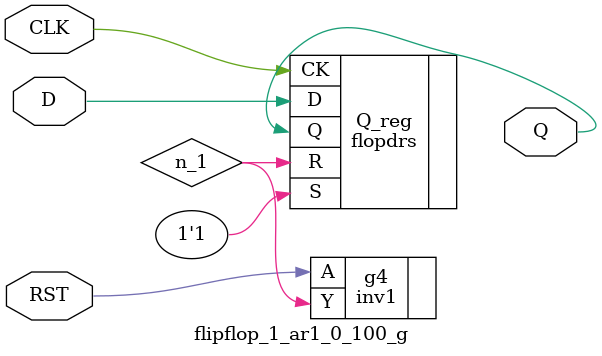
<source format=v>


module flipflop_1_ar1_0_100_g(CLK, RST, D, Q);
  input CLK, RST, D;
  output Q;
  wire CLK, RST, D;
  wire Q;
  wire n_1;
  flopdrs Q_reg(.R (n_1), .S (1'b1), .CK (CLK), .D (D), .Q (Q));
  inv1 g4(.A (RST), .Y (n_1));
endmodule


</source>
